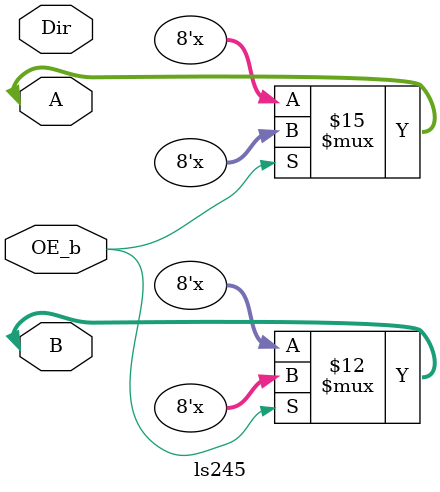
<source format=sv>

module ls245(A, B, Dir, OE_b);
inout logic [7:0] A, B;
input logic Dir, OE_b;

    always_comb begin
        if(OE_b == 1'b1) begin
            A = 8'bzzzz_zzzz;
            B = 8'bzzzz_zzzz;
        end
        else begin
            if(Dir)
                B = A;
            else
                A = B;
        end
    end
endmodule

</source>
